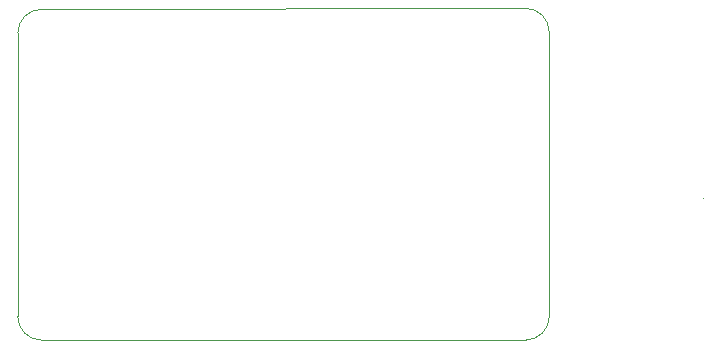
<source format=gbr>
G04 #@! TF.GenerationSoftware,KiCad,Pcbnew,6.0.7-1.fc35*
G04 #@! TF.CreationDate,2022-09-05T19:22:16-05:00*
G04 #@! TF.ProjectId,cam-adapter,63616d2d-6164-4617-9074-65722e6b6963,rev?*
G04 #@! TF.SameCoordinates,Original*
G04 #@! TF.FileFunction,Profile,NP*
%FSLAX46Y46*%
G04 Gerber Fmt 4.6, Leading zero omitted, Abs format (unit mm)*
G04 Created by KiCad (PCBNEW 6.0.7-1.fc35) date 2022-09-05 19:22:16*
%MOMM*%
%LPD*%
G01*
G04 APERTURE LIST*
G04 #@! TA.AperFunction,Profile*
%ADD10C,0.100000*%
G04 #@! TD*
G04 APERTURE END LIST*
D10*
X145000000Y-97000000D02*
X145000000Y-95000000D01*
X144999987Y-72914213D02*
G75*
G03*
X143000000Y-70914213I-1999987J13D01*
G01*
X100000000Y-97000000D02*
G75*
G03*
X102000000Y-99000000I2000000J0D01*
G01*
X143000000Y-99000000D02*
G75*
G03*
X145000000Y-97000000I0J2000000D01*
G01*
X102000000Y-71000000D02*
X143000000Y-70914214D01*
X100000000Y-76585787D02*
X100000000Y-73000000D01*
X100000000Y-89000000D02*
X100000000Y-76585787D01*
X158000000Y-87000000D02*
X158000000Y-87000000D01*
X145000000Y-72914213D02*
X145000000Y-79414213D01*
X100000000Y-97000000D02*
X100000000Y-95000000D01*
X102000000Y-71000000D02*
G75*
G03*
X100000000Y-73000000I0J-2000000D01*
G01*
X145000000Y-79414213D02*
X145000000Y-89000000D01*
X145000000Y-95000000D02*
X145000000Y-89000000D01*
X100000000Y-95000000D02*
X100000000Y-89000000D01*
X102000000Y-99000000D02*
X143000000Y-99000000D01*
M02*

</source>
